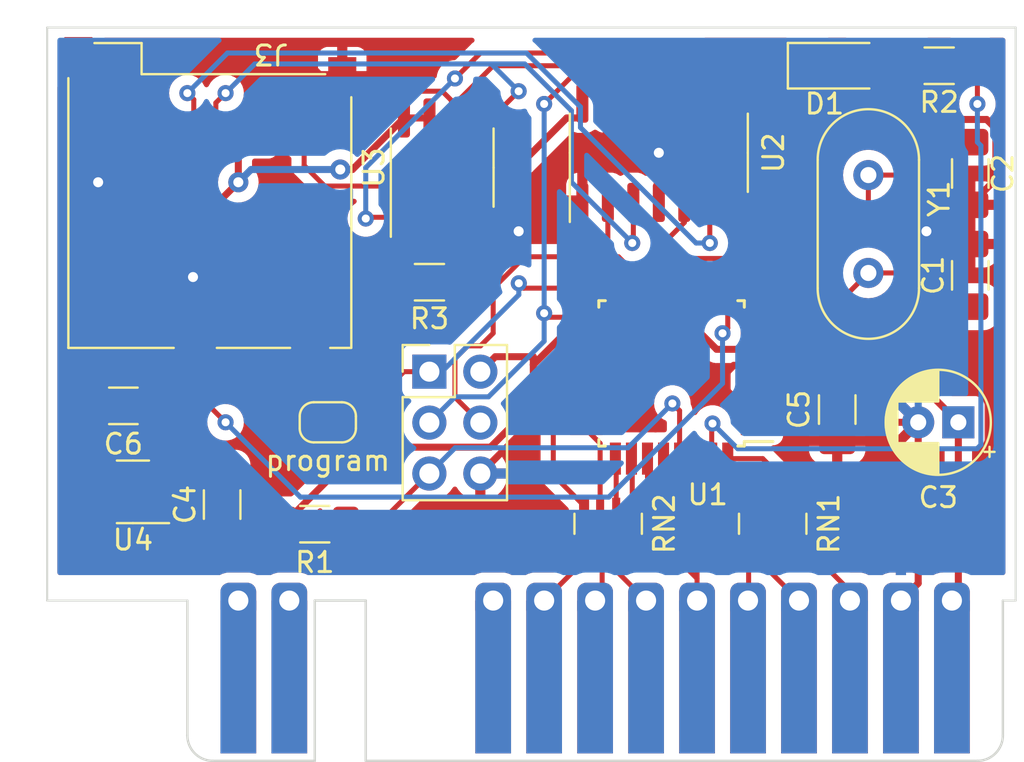
<source format=kicad_pcb>
(kicad_pcb (version 20211014) (generator pcbnew)
  (layers (0 "F.Cu" signal) (31 "B.Cu" signal) (34 "B.Paste" user) (35 "F.Paste" user) (36 "B.SilkS" user "B.Silkscreen") (37 "F.SilkS" user "F.Silkscreen") (38 "B.Mask" user) (39 "F.Mask" user) (44 "Edge.Cuts" user))
  (net 0 "")
  (net 1 "Net-(C1-Pad1)")
  (net 2 "GND")
  (net 3 "Net-(C2-Pad1)")
  (net 4 "VCC")
  (net 5 "VDD")
  (net 6 "Net-(D1-Pad2)")
  (net 10 "/A1")
  (net 11 "/A2")
  (net 12 "/A4")
  (net 13 "/A8")
  (net 14 "/RCLCK")
  (net 15 "/M0")
  (net 16 "/M1")
  (net 17 "/MISO")
  (net 18 "/SCK")
  (net 19 "/MOSI")
  (net 20 "Net-(J2-Pad5)")
  (net 23 "Net-(J3-Pad2)")
  (net 24 "Net-(J3-Pad3)")
  (net 25 "Net-(J3-Pad5)")
  (net 26 "Net-(J3-Pad7)")
  (net 27 "Net-(J3-Pad10)")
  (net 32 "/~{FLASH}")
  (net 34 "/~{CARD}")
  (net 38 "Net-(R2-Pad1)")
  (net 39 "Net-(R3-Pad2)")
  (net 40 "Net-(RN1-Pad1)")
  (net 41 "Net-(RN1-Pad4)")
  (net 42 "Net-(RN1-Pad2)")
  (net 43 "Net-(RN1-Pad3)")
  (net 44 "Net-(RN2-Pad1)")
  (net 45 "Net-(RN2-Pad4)")
  (net 46 "Net-(RN2-Pad2)")
  (net 47 "Net-(RN2-Pad3)")
  (footprint "Jumper:SolderJumper-2_P1.3mm_Open_RoundedPad1.0x1.5mm" (layer "F.Cu") (at 107.33 91.44 180)
    (fp_text reference "JP1" hide)
    (fp_text value "program")
  )
  (footprint "Connector_PCBEdge:BBC Speech Socket" (layer "F.Cu") (at 120.65 104.14)
    (fp_text reference "J1" hide)
    (fp_text value "Speech Socket")
    (fp_line (start 19.05 4.181974) (end -11.43 4.181974) (layer "Edge.Cuts") (width 0.12))
    (fp_line (start -19.05 4.181974) (end -13.97 4.181974) (layer "Edge.Cuts") (width 0.12))
    (fp_line (start -20.32 -3.81) (end -20.32 2.911974) (layer "Edge.Cuts") (width 0.12))
    (fp_line (start -11.43 -3.81) (end -11.43 4.181974) (layer "Edge.Cuts") (width 0.12))
    (fp_line (start 20.32 -3.81) (end 20.32 2.911974) (layer "Edge.Cuts") (width 0.12))
    (fp_line (start -13.97 4.181974) (end -13.97 -3.81) (layer "Edge.Cuts") (width 0.12))
    (fp_line (start -13.97 -3.81) (end -11.43 -3.81) (layer "Edge.Cuts") (width 0.12))
    (fp_arc (start 20.32 2.911974) (mid 19.948026 3.81) (end 19.05 4.181974) (layer "Edge.Cuts") (width 0.12))
    (fp_arc (start -19.05 4.181974) (mid -19.948026 3.81) (end -20.32 2.911974) (layer "Edge.Cuts") (width 0.12))
  )
  (footprint "Package_SO:SOIC-8_3.9x4.9mm_P1.27mm" (layer "F.Cu") (at 113.03 78.74 90)
    (fp_text reference "U3")
    (fp_text value "AT25SF081-SSHD-X")
  )
  (footprint "Resistor_SMD:R_Array_Convex_4x0603" (layer "F.Cu") (at 121.3 96.5 -90)
    (fp_text reference "RN2")
    (fp_text value "10kΩ")
  )
  (footprint "Resistor_SMD:R_1206_3216Metric_Pad1.30x1.75mm_HandSolder" (layer "F.Cu") (at 106.68 96.52)
    (fp_text reference "R1")
    (fp_text value "10KΩ")
  )
  (footprint "LED_SMD:LED_1206_3216Metric_Pad1.42x1.75mm_HandSolder" (layer "F.Cu") (at 132.715 73.66)
    (fp_text reference "D1")
    (fp_text value "RED")
  )
  (footprint "Connector_Card:WR-CRD 693071010811" (layer "F.Cu") (at 101.6 81.28 180)
    (fp_text reference "J3")
    (fp_text value "Micro_SD_Card_Det")
  )
  (footprint "Resistor_SMD:R_1206_3216Metric_Pad1.30x1.75mm_HandSolder" (layer "F.Cu") (at 137.795 73.66 180)
    (fp_text reference "R2")
    (fp_text value "1KΩ")
  )
  (footprint "Capacitor_SMD:C_1206_3216Metric_Pad1.33x1.80mm_HandSolder" (layer "F.Cu") (at 132.715 90.805 -90)
    (fp_text reference "C5")
    (fp_text value "100nF")
  )
  (footprint "Resistor_SMD:R_1206_3216Metric_Pad1.30x1.75mm_HandSolder" (layer "F.Cu") (at 112.395 84.455 180)
    (fp_text reference "R3")
    (fp_text value "10KΩ")
  )
  (footprint "Crystal:Crystal_HC49-4H_Vertical" (layer "F.Cu") (at 134.26625 79.1125 -90)
    (fp_text reference "Y1")
    (fp_text value "16MHz")
  )
  (footprint "Capacitor_SMD:C_1206_3216Metric_Pad1.33x1.80mm_HandSolder" (layer "F.Cu") (at 97.14125 90.62)
    (fp_text reference "C6")
    (fp_text value "100nF")
  )
  (footprint "Package_TO_SOT_SMD:SOT-23-5" (layer "F.Cu") (at 97.61875 94.9075 180)
    (fp_text reference "U4")
    (fp_text value "MIC5504-3.3YM5")
  )
  (footprint "Capacitor_SMD:C_1206_3216Metric_Pad1.33x1.80mm_HandSolder" (layer "F.Cu") (at 139.34625 84.1125 90)
    (fp_text reference "C1")
    (fp_text value "22pF")
  )
  (footprint "Package_QFP:TQFP-32_7x7mm_P0.8mm" (layer "F.Cu") (at 124.46 89 180)
    (fp_text reference "U1")
    (fp_text value "ATmega168-20A")
  )
  (footprint "Package_SO:SO-14_3.9x8.65mm_P1.27mm" (layer "F.Cu") (at 123.825 78 90)
    (fp_text reference "U2")
    (fp_text value "74VHC125")
  )
  (footprint "Capacitor_SMD:C_1206_3216Metric_Pad1.33x1.80mm_HandSolder" (layer "F.Cu") (at 139.34625 79.0325 -90)
    (fp_text reference "C2")
    (fp_text value "22pF")
  )
  (footprint "Capacitor_SMD:C_1206_3216Metric_Pad1.33x1.80mm_HandSolder" (layer "F.Cu") (at 102.06375 95.5425 90)
    (fp_text reference "C4")
    (fp_text value "100nF")
  )
  (footprint "Capacitor_THT:CP_Radial_D5.0mm_P2.00mm" (layer "F.Cu") (at 138.750113 91.44 180)
    (fp_text reference "C3")
    (fp_text value "10µF")
  )
  (footprint "Connector_PinHeader_2.54mm:PinHeader_2x03_P2.54mm_Vertical" (layer "F.Cu") (at 112.39 88.915)
    (fp_text reference "J2" hide)
    (fp_text value "AVR-ISP-6")
  )
  (footprint "Resistor_SMD:R_Array_Convex_4x0603" (layer "F.Cu") (at 129.5 96.5 -90)
    (fp_text reference "RN1")
    (fp_text value "10kΩ")
  )
  (gr_line (start 93.345 100.33) (end 93.345 71.755) (layer "Edge.Cuts") (width 0.1))
  (gr_line (start 141.605 71.755) (end 93.345 71.755) (layer "Edge.Cuts") (width 0.1))
  (gr_line (start 140.97 100.33) (end 141.605 100.33) (layer "Edge.Cuts") (width 0.1))
  (gr_line (start 100.33 100.33) (end 93.345 100.33) (layer "Edge.Cuts") (width 0.1))
  (gr_line (start 141.605 100.33) (end 141.605 71.755) (layer "Edge.Cuts") (width 0.1))
  (segment (start 134.26625 83.9925) (end 137.66375 83.9925) (width 0.25) (layer "F.Cu") (net 1))
  (segment (start 137.66375 83.9925) (end 139.34625 85.675) (width 0.25) (layer "F.Cu") (net 1))
  (segment (start 131.25875 87) (end 134.26625 83.9925) (width 0.25) (layer "F.Cu") (net 1))
  (segment (start 128.71 87) (end 131.25875 87) (width 0.25) (layer "F.Cu") (net 1))
  (segment (start 127.56 88.6) (end 128.71 88.6) (width 0.35) (layer "F.Cu") (net 2))
  (segment (start 123.825 80.475) (end 123.825 78) (width 0.35) (layer "F.Cu") (net 2))
  (segment (start 133.6425 91.44) (end 133.985 91.44) (width 0.35) (layer "F.Cu") (net 2))
  (segment (start 125 78) (end 123.825 78) (width 0.35) (layer "F.Cu") (net 2))
  (segment (start 94.9 78.485) (end 94.9 73.18) (width 0.35) (layer "F.Cu") (net 2))
  (segment (start 118.355 90.230978) (end 119.185978 89.4) (width 0.35) (layer "F.Cu") (net 2))
  (segment (start 125.606783 78) (end 125 78) (width 0.35) (layer "F.Cu") (net 2))
  (segment (start 119.185978 89.4) (end 120.21 89.4) (width 0.35) (layer "F.Cu") (net 2))
  (segment (start 116.5475 80.3025) (end 115.8475 80.3025) (width 0.35) (layer "F.Cu") (net 2))
  (segment (start 131.2275 73.66) (end 133.907011 76.339511) (width 0.35) (layer "F.Cu") (net 2))
  (segment (start 135.89 100.33) (end 136.750113 99.469887) (width 0.35) (layer "F.Cu") (net 2))
  (segment (start 126.76 89.4) (end 120.21 89.4) (width 0.35) (layer "F.Cu") (net 2))
  (segment (start 127.635 80.028217) (end 125.606783 78) (width 0.35) (layer "F.Cu") (net 2))
  (segment (start 137.16 81.915) (end 139.065 81.915) (width 0.35) (layer "F.Cu") (net 2))
  (segment (start 136.750113 99.469887) (end 136.750113 91.44) (width 0.35) (layer "F.Cu") (net 2))
  (segment (start 102.06375 93.98) (end 101.13625 94.9075) (width 0.35) (layer "F.Cu") (net 2))
  (segment (start 139.34625 81.5625) (end 139.34625 81.63375) (width 0.35) (layer "F.Cu") (net 2))
  (segment (start 118.355 90.57) (end 118.355 90.230978) (width 0.35) (layer "F.Cu") (net 2))
  (segment (start 117.475 80.3025) (end 119.7225 80.3025) (width 0.35) (layer "F.Cu") (net 2))
  (segment (start 139.34625 81.63375) (end 139.34625 82.55) (width 0.35) (layer "F.Cu") (net 2))
  (segment (start 100.611786 84.196786) (end 98.70375 86.104822) (width 0.35) (layer "F.Cu") (net 2))
  (segment (start 140.62077 79.32048) (end 140.62077 76.798816) (width 0.35) (layer "F.Cu") (net 2))
  (segment (start 139.34625 80.595) (end 139.34625 81.5625) (width 0.35) (layer "F.Cu") (net 2))
  (segment (start 128.71 90.2) (end 130.5475 90.2) (width 0.35) (layer "F.Cu") (net 2))
  (segment (start 105.05 79.758572) (end 100.611786 84.196786) (width 0.35) (layer "F.Cu") (net 2))
  (segment (start 95.885 79.47) (end 94.9 78.485) (width 0.35) (layer "F.Cu") (net 2))
  (segment (start 130.5475 90.2) (end 132.715 92.3675) (width 0.35) (layer "F.Cu") (net 2))
  (segment (start 120.5 78) (end 122.5 78) (width 0.35) (layer "F.Cu") (net 2))
  (segment (start 126.76 89.4) (end 127.56 88.6) (width 0.35) (layer "F.Cu") (net 2))
  (segment (start 127.56 90.2) (end 126.76 89.4) (width 0.35) (layer "F.Cu") (net 2))
  (segment (start 122.5 78) (end 123.825 78) (width 0.35) (layer "F.Cu") (net 2))
  (segment (start 116.5475 81.6225) (end 116.84 81.915) (width 0.35) (layer "F.Cu") (net 2))
  (segment (start 102.06375 93.98) (end 98.70375 90.62) (width 0.35) (layer "F.Cu") (net 2))
  (segment (start 118.355 90.57) (end 114.93 93.995) (width 0.35) (layer "F.Cu") (net 2))
  (segment (start 116.5475 80.3025) (end 116.5475 81.6225) (width 0.35) (layer "F.Cu") (net 2))
  (segment (start 120.015 80.01) (end 120.015 81.215) (width 0.35) (layer "F.Cu") (net 2))
  (segment (start 120.015 78.485) (end 120.5 78) (width 0.35) (layer "F.Cu") (net 2))
  (segment (start 107 74.18) (end 106 73.18) (width 0.35) (layer "F.Cu") (net 2))
  (segment (start 140.161465 76.339511) (end 140.62077 76.798816) (width 0.35) (layer "F.Cu") (net 2))
  (segment (start 105.05 76.83) (end 105.05 79.758572) (width 0.35) (layer "F.Cu") (net 2))
  (segment (start 98.70375 86.104822) (end 98.70375 90.62) (width 0.35) (layer "F.Cu") (net 2))
  (segment (start 115.8475 80.3025) (end 114.935 81.215) (width 0.35) (layer "F.Cu") (net 2))
  (segment (start 139.065 81.915) (end 139.34625 81.63375) (width 0.35) (layer "F.Cu") (net 2))
  (segment (start 132.715 92.3675) (end 133.6425 91.44) (width 0.35) (layer "F.Cu") (net 2))
  (segment (start 117.475 80.3025) (end 116.5475 80.3025) (width 0.35) (layer "F.Cu") (net 2))
  (segment (start 120.015 80.475) (end 120.015 78.485) (width 0.35) (layer "F.Cu") (net 2))
  (segment (start 108.05 74.18) (end 107 74.18) (width 0.35) (layer "F.Cu") (net 2))
  (segment (start 125.095 75.525) (end 125.095 77.905) (width 0.35) (layer "F.Cu") (net 2))
  (segment (start 133.985 91.44) (end 136.750113 91.44) (width 0.35) (layer "F.Cu") (net 2))
  (segment (start 106 73.18) (end 104.715 73.18) (width 0.35) (layer "F.Cu") (net 2))
  (segment (start 121.285 77.785) (end 121.5 78) (width 0.35) (layer "F.Cu") (net 2))
  (segment (start 127.635 81.215) (end 127.635 80.01) (width 0.35) (layer "F.Cu") (net 2))
  (segment (start 125.095 77.905) (end 125 78) (width 0.35) (layer "F.Cu") (net 2))
  (segment (start 104.715 73.18) (end 94.9 73.18) (width 0.35) (layer "F.Cu") (net 2))
  (segment (start 128.71 90.2) (end 127.56 90.2) (width 0.35) (layer "F.Cu") (net 2))
  (segment (start 101.13625 94.9075) (end 98.75625 94.9075) (width 0.35) (layer "F.Cu") (net 2))
  (segment (start 139.34625 80.595) (end 140.62077 79.32048) (width 0.35) (layer "F.Cu") (net 2))
  (segment (start 133.907011 76.339511) (end 140.161465 76.339511) (width 0.35) (layer "F.Cu") (net 2))
  (segment (start 121.285 75.525) (end 121.285 77.785) (width 0.35) (layer "F.Cu") (net 2))
  (via (at 116.84 81.915) (size 1) (drill 0.5) (layers "F.Cu" "B.Cu") (net 2))
  (via (at 123.825 78) (size 1) (drill 0.5) (layers "F.Cu" "B.Cu") (net 2))
  (via (at 95.885 79.47) (size 1) (drill 0.5) (layers "F.Cu" "B.Cu") (net 2))
  (via (at 137.16 81.915) (size 1) (drill 0.5) (layers "F.Cu" "B.Cu") (net 2))
  (via (at 100.611786 84.196786) (size 1) (drill 0.5) (layers "F.Cu" "B.Cu") (net 2))
  (segment (start 128.415 81.915) (end 137.16 81.915) (width 0.35) (layer "B.Cu") (net 2))
  (segment (start 136.750113 82.324887) (end 137.16 81.915) (width 0.35) (layer "B.Cu") (net 2))
  (segment (start 100.611786 84.196786) (end 99.33 82.915) (width 0.35) (layer "B.Cu") (net 2))
  (segment (start 99.33 82.915) (end 95.885 79.47) (width 0.35) (layer "B.Cu") (net 2))
  (segment (start 124.5 78) (end 128.415 81.915) (width 0.35) (layer "B.Cu") (net 2))
  (segment (start 116.84 81.915) (end 115.84 82.915) (width 0.35) (layer "B.Cu") (net 2))
  (segment (start 115.84 82.915) (end 99.33 82.915) (width 0.35) (layer "B.Cu") (net 2))
  (segment (start 136.750113 88.039887) (end 136.750113 91.44) (width 0.35) (layer "B.Cu") (net 2))
  (segment (start 136.750113 88.039887) (end 136.750113 82.324887) (width 0.35) (layer "B.Cu") (net 2))
  (segment (start 123.825 78) (end 124.5 78) (width 0.35) (layer "B.Cu") (net 2))
  (segment (start 129.8325 86.2) (end 134.26625 81.76625) (width 0.25) (layer "F.Cu") (net 3))
  (segment (start 137.70375 79.1125) (end 139.34625 77.47) (width 0.25) (layer "F.Cu") (net 3))
  (segment (start 134.26625 79.1125) (end 134.26625 81.76625) (width 0.25) (layer "F.Cu") (net 3))
  (segment (start 134.26625 79.1125) (end 137.70375 79.1125) (width 0.25) (layer "F.Cu") (net 3))
  (segment (start 128.71 86.2) (end 129.8325 86.2) (width 0.25) (layer "F.Cu") (net 3))
  (segment (start 131.7425 89.2425) (end 132.715 89.2425) (width 0.35) (layer "F.Cu") (net 4))
  (segment (start 131.1425 89.2425) (end 131.7425 89.2425) (width 0.35) (layer "F.Cu") (net 4))
  (segment (start 97.61875 94.640717) (end 97.61875 95.5425) (width 0.35) (layer "F.Cu") (net 4))
  (segment (start 115.43721 92.679511) (end 108.970489 92.679511) (width 0.35) (layer "F.Cu") (net 4))
  (segment (start 129.7 87.8) (end 131.1425 89.2425) (width 0.35) (layer "F.Cu") (net 4))
  (segment (start 120.21 87) (end 119.14 87) (width 0.35) (layer "F.Cu") (net 4))
  (segment (start 117.57 88.17) (end 117.57 88.57) (width 0.35) (layer "F.Cu") (net 4))
  (segment (start 104.545 97.105) (end 105.13 96.52) (width 0.35) (layer "F.Cu") (net 4))
  (segment (start 136.552613 89.2425) (end 132.715 89.2425) (width 0.35) (layer "F.Cu") (net 4))
  (segment (start 117.57 90.546721) (end 115.43721 92.679511) (width 0.35) (layer "F.Cu") (net 4))
  (segment (start 128.71 87.8) (end 129.7 87.8) (width 0.35) (layer "F.Cu") (net 4))
  (segment (start 117.57 88.17) (end 115.675 88.17) (width 0.35) (layer "F.Cu") (net 4))
  (segment (start 108.970489 92.679511) (end 105.13 96.52) (width 0.35) (layer "F.Cu") (net 4))
  (segment (start 102.06375 97.105) (end 100.00375 97.105) (width 0.35) (layer "F.Cu") (net 4))
  (segment (start 120.21 87) (end 125.904675 87) (width 0.35) (layer "F.Cu") (net 4))
  (segment (start 128.71 89.4) (end 131.585 89.4) (width 0.35) (layer "F.Cu") (net 4))
  (segment (start 97.61875 95.5425) (end 97.93375 95.8575) (width 0.35) (layer "F.Cu") (net 4))
  (segment (start 115.675 88.17) (end 114.93 88.915) (width 0.35) (layer "F.Cu") (net 4))
  (segment (start 119.14 87) (end 117.57 88.57) (width 0.35) (layer "F.Cu") (net 4))
  (segment (start 125.904675 87) (end 126.704675 87.8) (width 0.35) (layer "F.Cu") (net 4))
  (segment (start 138.750113 91.44) (end 136.552613 89.2425) (width 0.35) (layer "F.Cu") (net 4))
  (segment (start 100.00375 97.105) (end 98.75625 95.8575) (width 0.35) (layer "F.Cu") (net 4))
  (segment (start 98.75625 93.9575) (end 98.301967 93.9575) (width 0.35) (layer "F.Cu") (net 4))
  (segment (start 98.301967 93.9575) (end 97.61875 94.640717) (width 0.35) (layer "F.Cu") (net 4))
  (segment (start 138.750113 100.009887) (end 138.750113 91.44) (width 0.35) (layer "F.Cu") (net 4))
  (segment (start 138.43 100.33) (end 138.750113 100.009887) (width 0.35) (layer "F.Cu") (net 4))
  (segment (start 97.93375 95.8575) (end 98.75625 95.8575) (width 0.35) (layer "F.Cu") (net 4))
  (segment (start 131.585 89.4) (end 131.7425 89.2425) (width 0.35) (layer "F.Cu") (net 4))
  (segment (start 126.704675 87.8) (end 128.71 87.8) (width 0.35) (layer "F.Cu") (net 4))
  (segment (start 102.06375 97.105) (end 104.545 97.105) (width 0.35) (layer "F.Cu") (net 4))
  (segment (start 117.57 88.57) (end 117.57 90.546721) (width 0.35) (layer "F.Cu") (net 4))
  (segment (start 108.555 78.835) (end 111.125 76.265) (width 0.35) (layer "F.Cu") (net 5))
  (segment (start 113.665 80.768217) (end 113.665 81.215) (width 0.35) (layer "F.Cu") (net 5))
  (segment (start 112.395 76.265) (end 111.125 76.265) (width 0.35) (layer "F.Cu") (net 5))
  (segment (start 95.23625 94.124022) (end 95.23625 90.9625) (width 0.35) (layer "F.Cu") (net 5))
  (segment (start 120.015 76.265) (end 119.235 76.265) (width 0.35) (layer "F.Cu") (net 5))
  (segment (start 116.76 78.74) (end 112.395 78.74) (width 0.35) (layer "F.Cu") (net 5))
  (segment (start 112.395 79.498217) (end 113.665 80.768217) (width 0.35) (layer "F.Cu") (net 5))
  (segment (start 96.48125 95.8575) (end 96.48125 95.369022) (width 0.35) (layer "F.Cu") (net 5))
  (segment (start 96.48125 95.369022) (end 95.23625 94.124022) (width 0.35) (layer "F.Cu") (net 5))
  (segment (start 102.87 79.47) (end 102.87 76.85) (width 0.35) (layer "F.Cu") (net 5))
  (segment (start 113.945 84.455) (end 113.945 81.495) (width 0.35) (layer "F.Cu") (net 5))
  (segment (start 107.95 78.835) (end 108.555 78.835) (width 0.35) (layer "F.Cu") (net 5))
  (segment (start 119.235 76.265) (end 116.76 78.74) (width 0.35) (layer "F.Cu") (net 5))
  (segment (start 102.87 76.85) (end 102.85 76.83) (width 0.35) (layer "F.Cu") (net 5))
  (segment (start 113.945 81.495) (end 113.665 81.215) (width 0.35) (layer "F.Cu") (net 5))
  (segment (start 112.395 76.265) (end 112.395 78.74) (width 0.35) (layer "F.Cu") (net 5))
  (segment (start 112.395 78.74) (end 112.395 79.498217) (width 0.35) (layer "F.Cu") (net 5))
  (segment (start 95.57875 86.76125) (end 102.87 79.47) (width 0.35) (layer "F.Cu") (net 5))
  (segment (start 95.23625 90.9625) (end 95.57875 90.62) (width 0.35) (layer "F.Cu") (net 5))
  (segment (start 95.57875 90.62) (end 95.57875 86.76125) (width 0.35) (layer "F.Cu") (net 5))
  (via (at 102.87 79.47) (size 1) (drill 0.5) (layers "F.Cu" "B.Cu") (net 5))
  (via (at 107.95 78.835) (size 1) (drill 0.5) (layers "F.Cu" "B.Cu") (net 5))
  (segment (start 107.95 78.835) (end 103.505 78.835) (width 0.35) (layer "B.Cu") (net 5))
  (segment (start 103.505 78.835) (end 102.87 79.47) (width 0.35) (layer "B.Cu") (net 5))
  (segment (start 136.245 73.66) (end 134.2025 73.66) (width 0.25) (layer "F.Cu") (net 6))
  (segment (start 120.1 98.34) (end 118.11 100.33) (width 0.25) (layer "F.Cu") (net 10))
  (segment (start 120.1 97.4) (end 120.1 98.34) (width 0.25) (layer "F.Cu") (net 10))
  (segment (start 120.9 97.4) (end 120.9 98.4) (width 0.25) (layer "F.Cu") (net 11))
  (segment (start 121 98.5) (end 121 99.98) (width 0.25) (layer "F.Cu") (net 11))
  (segment (start 121 99.98) (end 120.65 100.33) (width 0.25) (layer "F.Cu") (net 11))
  (segment (start 120.9 98.4) (end 121 98.5) (width 0.25) (layer "F.Cu") (net 11))
  (segment (start 121.7 97.4) (end 121.7 98.84) (width 0.25) (layer "F.Cu") (net 12))
  (segment (start 121.7 98.84) (end 123.19 100.33) (width 0.25) (layer "F.Cu") (net 12))
  (segment (start 125.73 98.77) (end 125.73 99.23) (width 0.25) (layer "F.Cu") (net 13))
  (segment (start 122.5 97.4) (end 123.9 97.4) (width 0.25) (layer "F.Cu") (net 13))
  (segment (start 125.73 99.23) (end 125.73 100.33) (width 0.25) (layer "F.Cu") (net 13))
  (segment (start 130.625489 96.675489) (end 127.824511 96.675489) (width 0.25) (layer "F.Cu") (net 13))
  (segment (start 127.824511 96.675489) (end 125.73 98.77) (width 0.25) (layer "F.Cu") (net 13))
  (segment (start 130.7 97.4) (end 130.7 96.75) (width 0.25) (layer "F.Cu") (net 13))
  (segment (start 130.7 96.75) (end 130.625489 96.675489) (width 0.25) (layer "F.Cu") (net 13))
  (segment (start 123.9 97.4) (end 125.73 99.23) (width 0.25) (layer "F.Cu") (net 13))
  (segment (start 128.3 100.3) (end 128.27 100.33) (width 0.25) (layer "F.Cu") (net 14))
  (segment (start 128.3 97.4) (end 128.3 100.3) (width 0.25) (layer "F.Cu") (net 14))
  (segment (start 128.27 100.33) (end 128.269282 100.33) (width 0.25) (layer "F.Cu") (net 14))
  (segment (start 129.1 98.62) (end 130.81 100.33) (width 0.25) (layer "F.Cu") (net 15))
  (segment (start 129.1 97.4) (end 129.1 98.62) (width 0.25) (layer "F.Cu") (net 15))
  (segment (start 130.35 98.5) (end 132 98.5) (width 0.25) (layer "F.Cu") (net 16))
  (segment (start 129.9 98.05) (end 130.35 98.5) (width 0.25) (layer "F.Cu") (net 16))
  (segment (start 132 98.5) (end 133.35 99.85) (width 0.25) (layer "F.Cu") (net 16))
  (segment (start 129.9 97.4) (end 129.9 98.05) (width 0.25) (layer "F.Cu") (net 16))
  (segment (start 133.35 99.85) (end 133.35 100.33) (width 0.25) (layer "F.Cu") (net 16))
  (segment (start 111.125 88.915) (end 108.6 91.44) (width 0.25) (layer "F.Cu") (net 17))
  (segment (start 108.6 91.44) (end 107.98 91.44) (width 0.25) (layer "F.Cu") (net 17))
  (segment (start 121.66 84.75) (end 117.09 84.75) (width 0.25) (layer "F.Cu") (net 17))
  (segment (start 112.39 88.915) (end 111.125 88.915) (width 0.25) (layer "F.Cu") (net 17))
  (segment (start 117.09 84.75) (end 116.847299 84.507299) (width 0.25) (layer "F.Cu") (net 17))
  (via (at 116.847299 84.507299) (size 0.8) (drill 0.4) (layers "F.Cu" "B.Cu") (net 17))
  (segment (start 116.847299 84.507299) (end 116.847299 85.082701) (width 0.25) (layer "B.Cu") (net 17))
  (segment (start 113.015 88.915) (end 112.39 88.915) (width 0.25) (layer "B.Cu") (net 17))
  (segment (start 116.847299 85.082701) (end 113.015 88.915) (width 0.25) (layer "B.Cu") (net 17))
  (segment (start 119.44952 74.22548) (end 118.11 75.565) (width 0.25) (layer "F.Cu") (net 18))
  (segment (start 118.31 86.2) (end 118.11 86) (width 0.25) (layer "F.Cu") (net 18))
  (segment (start 122.555 75.148928) (end 121.631552 74.22548) (width 0.25) (layer "F.Cu") (net 18))
  (segment (start 120.21 86.2) (end 118.31 86.2) (width 0.25) (layer "F.Cu") (net 18))
  (segment (start 121.631552 74.22548) (end 119.44952 74.22548) (width 0.25) (layer "F.Cu") (net 18))
  (via (at 118.11 75.565) (size 0.8) (drill 0.4) (layers "F.Cu" "B.Cu") (net 18))
  (via (at 118.11 86) (size 0.8) (drill 0.4) (layers "F.Cu" "B.Cu") (net 18))
  (segment (start 118.11 86) (end 118.11 87.39601) (width 0.25) (layer "B.Cu") (net 18))
  (segment (start 118.11 87.39601) (end 115.33601 90.17) (width 0.25) (layer "B.Cu") (net 18))
  (segment (start 115.33601 90.17) (end 113.675 90.17) (width 0.25) (layer "B.Cu") (net 18))
  (segment (start 118.11 86) (end 118.11 75.565) (width 0.25) (layer "B.Cu") (net 18))
  (segment (start 113.675 90.17) (end 112.39 91.455) (width 0.25) (layer "B.Cu") (net 18))
  (segment (start 121.285 83.185) (end 121.815 83.185) (width 0.25) (layer "F.Cu") (net 19))
  (segment (start 114.935 87.63) (end 114.3 87.63) (width 0.25) (layer "F.Cu") (net 19))
  (segment (start 122.46 83.83) (end 121.815 83.185) (width 0.25) (layer "F.Cu") (net 19))
  (segment (start 115.57 86.995) (end 114.935 87.63) (width 0.25) (layer "F.Cu") (net 19))
  (segment (start 122.46 84.75) (end 122.46 83.83) (width 0.25) (layer "F.Cu") (net 19))
  (segment (start 114.3 87.63) (end 113.665 88.265) (width 0.25) (layer "F.Cu") (net 19))
  (segment (start 113.665 88.265) (end 113.665 90.19) (width 0.25) (layer "F.Cu") (net 19))
  (segment (start 117.145 83.185) (end 115.57 84.76) (width 0.25) (layer "F.Cu") (net 19))
  (segment (start 121.285 83.185) (end 117.145 83.185) (width 0.25) (layer "F.Cu") (net 19))
  (segment (start 115.57 84.76) (end 115.57 86.995) (width 0.25) (layer "F.Cu") (net 19))
  (segment (start 121.285 81.215) (end 121.285 83.185) (width 0.25) (layer "F.Cu") (net 19))
  (segment (start 113.665 90.19) (end 114.93 91.455) (width 0.25) (layer "F.Cu") (net 19))
  (segment (start 124.86 90.86) (end 124.86 93.25) (width 0.25) (layer "F.Cu") (net 20))
  (segment (start 108.23 96.52) (end 109.865 96.52) (width 0.25) (layer "F.Cu") (net 20))
  (segment (start 109.865 96.52) (end 112.39 93.995) (width 0.25) (layer "F.Cu") (net 20))
  (segment (start 124.5 90.5) (end 124.86 90.86) (width 0.25) (layer "F.Cu") (net 20))
  (via (at 124.5 90.5) (size 0.8) (drill 0.4) (layers "F.Cu" "B.Cu") (net 20))
  (segment (start 122.29 92.71) (end 113.675 92.71) (width 0.25) (layer "B.Cu") (net 20))
  (segment (start 124.5 90.5) (end 122.29 92.71) (width 0.25) (layer "B.Cu") (net 20))
  (segment (start 113.675 92.71) (end 112.39 93.995) (width 0.25) (layer "B.Cu") (net 20))
  (segment (start 100.65 75.345) (end 100.65 77.43) (width 0.25) (layer "F.Cu") (net 23))
  (segment (start 100.33 75.025) (end 100.65 75.345) (width 0.25) (layer "F.Cu") (net 23))
  (segment (start 126.365 81.215) (end 126.365 82.5) (width 0.25) (layer "F.Cu") (net 23))
  (via (at 126.365 82.5) (size 0.8) (drill 0.4) (layers "F.Cu" "B.Cu") (net 23))
  (via (at 100.33 75.025) (size 0.8) (drill 0.4) (layers "F.Cu" "B.Cu") (net 23))
  (segment (start 119.919031 76.739031) (end 119.919031 75.713699) (width 0.25) (layer "B.Cu") (net 23))
  (segment (start 117.230332 73.025) (end 102.33 73.025) (width 0.25) (layer "B.Cu") (net 23))
  (segment (start 125.68 82.5) (end 119.919031 76.739031) (width 0.25) (layer "B.Cu") (net 23))
  (segment (start 102.33 73.025) (end 100.33 75.025) (width 0.25) (layer "B.Cu") (net 23))
  (segment (start 126.365 82.5) (end 125.68 82.5) (width 0.25) (layer "B.Cu") (net 23))
  (segment (start 119.919031 75.713699) (end 117.230332 73.025) (width 0.25) (layer "B.Cu") (net 23))
  (segment (start 122.5 82.5) (end 122.555 82.445) (width 0.25) (layer "F.Cu") (net 24))
  (segment (start 114.935 76.265) (end 115.505 76.265) (width 0.25) (layer "F.Cu") (net 24))
  (segment (start 122.555 82.445) (end 122.555 81.215) (width 0.25) (layer "F.Cu") (net 24))
  (segment (start 102.235 75.025) (end 101.75 75.51) (width 0.25) (layer "F.Cu") (net 24))
  (segment (start 101.75 75.51) (end 101.75 77.03) (width 0.25) (layer "F.Cu") (net 24))
  (segment (start 115.505 76.265) (end 116.84 74.93) (width 0.25) (layer "F.Cu") (net 24))
  (via (at 102.235 75.025) (size 0.8) (drill 0.4) (layers "F.Cu" "B.Cu") (net 24))
  (via (at 122.5 82.5) (size 0.8) (drill 0.4) (layers "F.Cu" "B.Cu") (net 24))
  (via (at 116.84 74.93) (size 0.8) (drill 0.4) (layers "F.Cu" "B.Cu") (net 24))
  (segment (start 122.5 82.5) (end 122.5 82.495) (width 0.25) (layer "B.Cu") (net 24))
  (segment (start 117.140103 73.570489) (end 103.689511 73.570489) (width 0.25) (layer "B.Cu") (net 24))
  (segment (start 119.469511 75.899897) (end 117.140103 73.570489) (width 0.25) (layer "B.Cu") (net 24))
  (segment (start 103.689511 73.570489) (end 102.235 75.025) (width 0.25) (layer "B.Cu") (net 24))
  (segment (start 122.5 82.495) (end 119.469511 79.464511) (width 0.25) (layer "B.Cu") (net 24))
  (segment (start 119.469511 79.464511) (end 119.469511 75.899897) (width 0.25) (layer "B.Cu") (net 24))
  (segment (start 115.480489 73.570489) (end 116.84 74.93) (width 0.25) (layer "B.Cu") (net 24))
  (segment (start 109.599022 74.93) (end 108.776033 75.752989) (width 0.25) (layer "F.Cu") (net 25))
  (segment (start 123.825 74.325) (end 123.16 73.66) (width 0.25) (layer "F.Cu") (net 25))
  (segment (start 113.03 74.93) (end 109.599022 74.93) (width 0.25) (layer "F.Cu") (net 25))
  (segment (start 108.776033 75.752989) (end 104.1375 75.752989) (width 0.25) (layer "F.Cu") (net 25))
  (segment (start 113.665 75.565) (end 113.03 74.93) (width 0.25) (layer "F.Cu") (net 25))
  (segment (start 104.1375 75.752989) (end 103.95 75.940489) (width 0.25) (layer "F.Cu") (net 25))
  (segment (start 123.825 76.265) (end 123.825 74.325) (width 0.25) (layer "F.Cu") (net 25))
  (segment (start 115.57 73.66) (end 113.665 75.565) (width 0.25) (layer "F.Cu") (net 25))
  (segment (start 123.16 73.66) (end 115.57 73.66) (width 0.25) (layer "F.Cu") (net 25))
  (segment (start 113.665 75.565) (end 113.665 76.265) (width 0.25) (layer "F.Cu") (net 25))
  (segment (start 103.95 75.940489) (end 103.95 77.03) (width 0.25) (layer "F.Cu") (net 25))
  (segment (start 111.215583 79.659511) (end 107.174511 79.659511) (width 0.25) (layer "F.Cu") (net 26))
  (segment (start 112.395 84.742493) (end 106.68 90.457494) (width 0.25) (layer "F.Cu") (net 26))
  (segment (start 106.15 78.635) (end 106.15 77.03) (width 0.25) (layer "F.Cu") (net 26))
  (segment (start 106.68 90.457494) (end 106.68 91.44) (width 0.25) (layer "F.Cu") (net 26))
  (segment (start 112.395 80.838928) (end 111.215583 79.659511) (width 0.25) (layer "F.Cu") (net 26))
  (segment (start 112.395 81.215) (end 112.395 84.742493) (width 0.25) (layer "F.Cu") (net 26))
  (segment (start 107.174511 79.659511) (end 106.15 78.635) (width 0.25) (layer "F.Cu") (net 26))
  (segment (start 112.395 81.215) (end 112.395 80.838928) (width 0.25) (layer "F.Cu") (net 26))
  (segment (start 127.26 86.74) (end 127 87) (width 0.25) (layer "F.Cu") (net 27))
  (segment (start 100.75 87.33) (end 106.45 87.33) (width 0.25) (layer "F.Cu") (net 27))
  (segment (start 100.75 89.955) (end 102.235 91.44) (width 0.25) (layer "F.Cu") (net 27))
  (segment (start 100.75 87.33) (end 100.75 89.955) (width 0.25) (layer "F.Cu") (net 27))
  (segment (start 127.26 84.75) (end 127.26 86.74) (width 0.25) (layer "F.Cu") (net 27))
  (via (at 102.235 91.44) (size 0.8) (drill 0.4) (layers "F.Cu" "B.Cu") (net 27))
  (via (at 127 87) (size 0.8) (drill 0.4) (layers "F.Cu" "B.Cu") (net 27))
  (segment (start 105.964511 95.169511) (end 102.235 91.44) (width 0.25) (layer "B.Cu") (net 27))
  (segment (start 127 89.5) (end 121.330489 95.169511) (width 0.25) (layer "B.Cu") (net 27))
  (segment (start 127 87) (end 127 89.5) (width 0.25) (layer "B.Cu") (net 27))
  (segment (start 121.330489 95.169511) (end 105.964511 95.169511) (width 0.25) (layer "B.Cu") (net 27))
  (segment (start 128.5 78.5) (end 126.365 76.365) (width 0.25) (layer "F.Cu") (net 32))
  (segment (start 126.365 76.365) (end 126.365 76.265) (width 0.25) (layer "F.Cu") (net 32))
  (segment (start 128.5 82.5) (end 128.5 78.5) (width 0.25) (layer "F.Cu") (net 32))
  (segment (start 125.23 83.27) (end 127.73 83.27) (width 0.25) (layer "F.Cu") (net 32))
  (segment (start 124.86 83.64) (end 125.23 83.27) (width 0.25) (layer "F.Cu") (net 32))
  (segment (start 124.86 84.75) (end 124.86 83.64) (width 0.25) (layer "F.Cu") (net 32))
  (segment (start 127.73 83.27) (end 128.5 82.5) (width 0.25) (layer "F.Cu") (net 32))
  (segment (start 123.26 84.75) (end 123.26 83.3125) (width 0.25) (layer "F.Cu") (net 34))
  (segment (start 123.26 83.3125) (end 125.095 81.4775) (width 0.25) (layer "F.Cu") (net 34))
  (segment (start 125.095 81.4775) (end 125.095 81.215) (width 0.25) (layer "F.Cu") (net 34))
  (segment (start 139.7 74.015) (end 139.345 73.66) (width 0.25) (layer "F.Cu") (net 38))
  (segment (start 126.46 93.25) (end 126.46 91.54) (width 0.25) (layer "F.Cu") (net 38))
  (segment (start 126.46 91.54) (end 126.5 91.5) (width 0.25) (layer "F.Cu") (net 38))
  (segment (start 139.7 75.565) (end 139.7 74.015) (width 0.25) (layer "F.Cu") (net 38))
  (via (at 139.7 75.565) (size 0.8) (drill 0.4) (layers "F.Cu" "B.Cu") (net 38))
  (via (at 126.5 91.5) (size 0.8) (drill 0.4) (layers "F.Cu" "B.Cu") (net 38))
  (segment (start 139.679529 92.759606) (end 139.874624 92.564511) (width 0.25) (layer "B.Cu") (net 38))
  (segment (start 139.874624 92.564511) (end 139.874624 77.644624) (width 0.25) (layer "B.Cu") (net 38))
  (segment (start 126.5 91.5) (end 127.759606 92.759606) (width 0.25) (layer "B.Cu") (net 38))
  (segment (start 139.874624 77.644624) (end 139.7 77.47) (width 0.25) (layer "B.Cu") (net 38))
  (segment (start 139.7 77.47) (end 139.7 75.565) (width 0.25) (layer "B.Cu") (net 38))
  (segment (start 127.759606 92.759606) (end 139.679529 92.759606) (width 0.25) (layer "B.Cu") (net 38))
  (segment (start 110.845 81.495) (end 111.125 81.215) (width 0.25) (layer "F.Cu") (net 39))
  (segment (start 110.845 84.455) (end 110.845 81.495) (width 0.25) (layer "F.Cu") (net 39))
  (segment (start 114.935 73.025) (end 125.73 73.025) (width 0.25) (layer "F.Cu") (net 39))
  (segment (start 125.73 73.025) (end 127.635 74.93) (width 0.25) (layer "F.Cu") (net 39))
  (segment (start 111.125 81.215) (end 109.285 81.215) (width 0.25) (layer "F.Cu") (net 39))
  (segment (start 109.285 81.215) (end 109.22 81.28) (width 0.25) (layer "F.Cu") (net 39))
  (segment (start 113.665 74.295) (end 114.935 73.025) (width 0.25) (layer "F.Cu") (net 39))
  (via (at 113.665 74.295) (size 0.8) (drill 0.4) (layers "F.Cu" "B.Cu") (net 39))
  (via (at 109.22 81.28) (size 0.8) (drill 0.4) (layers "F.Cu" "B.Cu") (net 39))
  (segment (start 109.22 81.28) (end 109.22 78.74) (width 0.25) (layer "B.Cu") (net 39))
  (segment (start 109.22 78.74) (end 113.665 74.295) (width 0.25) (layer "B.Cu") (net 39))
  (segment (start 129 93.25) (end 127.26 93.25) (width 0.25) (layer "F.Cu") (net 40))
  (segment (start 130.7 95.6) (end 130.7 94.95) (width 0.25) (layer "F.Cu") (net 40))
  (segment (start 130.7 94.95) (end 129 93.25) (width 0.25) (layer "F.Cu") (net 40))
  (segment (start 123.26 94.174022) (end 123.26 93.25) (width 0.25) (layer "F.Cu") (net 41))
  (segment (start 128.3 95.6) (end 124.685978 95.6) (width 0.25) (layer "F.Cu") (net 41))
  (segment (start 124.685978 95.6) (end 123.26 94.174022) (width 0.25) (layer "F.Cu") (net 41))
  (segment (start 129.9 94.9) (end 129.374511 94.374511) (width 0.25) (layer "F.Cu") (net 42))
  (segment (start 129.9 95.6) (end 129.9 94.9) (width 0.25) (layer "F.Cu") (net 42))
  (segment (start 125.66 94.3) (end 125.66 93.25) (width 0.25) (layer "F.Cu") (net 42))
  (segment (start 125.734511 94.374511) (end 125.66 94.3) (width 0.25) (layer "F.Cu") (net 42))
  (segment (start 129.374511 94.374511) (end 125.734511 94.374511) (width 0.25) (layer "F.Cu") (net 42))
  (segment (start 124.06 94.06) (end 124.06 93.25) (width 0.25) (layer "F.Cu") (net 43))
  (segment (start 129.1 94.95) (end 129.025489 94.875489) (width 0.25) (layer "F.Cu") (net 43))
  (segment (start 129.1 95.6) (end 129.1 94.95) (width 0.25) (layer "F.Cu") (net 43))
  (segment (start 129.025489 94.875489) (end 124.875489 94.875489) (width 0.25) (layer "F.Cu") (net 43))
  (segment (start 124.875489 94.875489) (end 124.06 94.06) (width 0.25) (layer "F.Cu") (net 43))
  (segment (start 122.5 95.6) (end 122.5 93.29) (width 0.25) (layer "F.Cu") (net 44))
  (segment (start 122.5 93.29) (end 122.46 93.25) (width 0.25) (layer "F.Cu") (net 44))
  (segment (start 120.1 95.6) (end 118.565714 94.065714) (width 0.25) (layer "F.Cu") (net 45))
  (segment (start 118.565714 91.434286) (end 119 91) (width 0.25) (layer "F.Cu") (net 45))
  (segment (start 118.565714 94.065714) (end 118.565714 91.434286) (width 0.25) (layer "F.Cu") (net 45))
  (segment (start 119 91) (end 120.21 91) (width 0.25) (layer "F.Cu") (net 45))
  (segment (start 121.7 93.29) (end 121.66 93.25) (width 0.25) (layer "F.Cu") (net 46))
  (segment (start 121.7 95.6) (end 121.7 93.29) (width 0.25) (layer "F.Cu") (net 46))
  (segment (start 120.9 92.49) (end 120.21 91.8) (width 0.25) (layer "F.Cu") (net 47))
  (segment (start 120.9 95.6) (end 120.9 92.49) (width 0.25) (layer "F.Cu") (net 47))
  (zone (net 2) (net_name "GND") (layers F&B.Cu) (connect_pads (clearance 0.508)) (min_thickness 0.254) (fill yes (thermal_gap 0.508) (thermal_bridge_width 0.508))
    (polygon (pts (xy 141.605 99.06) (xy 93.345 99.06) (xy 93.345 71.755) (xy 141.605 71.755)))
  )
)
</source>
